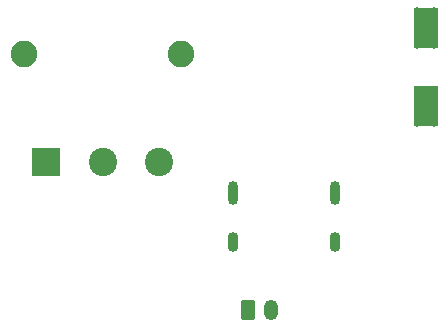
<source format=gbr>
%TF.GenerationSoftware,KiCad,Pcbnew,7.0.11*%
%TF.CreationDate,2025-03-27T12:24:41+02:00*%
%TF.ProjectId,Project,50726f6a-6563-4742-9e6b-696361645f70,rev?*%
%TF.SameCoordinates,Original*%
%TF.FileFunction,Copper,L2,Bot*%
%TF.FilePolarity,Positive*%
%FSLAX46Y46*%
G04 Gerber Fmt 4.6, Leading zero omitted, Abs format (unit mm)*
G04 Created by KiCad (PCBNEW 7.0.11) date 2025-03-27 12:24:41*
%MOMM*%
%LPD*%
G01*
G04 APERTURE LIST*
G04 Aperture macros list*
%AMRoundRect*
0 Rectangle with rounded corners*
0 $1 Rounding radius*
0 $2 $3 $4 $5 $6 $7 $8 $9 X,Y pos of 4 corners*
0 Add a 4 corners polygon primitive as box body*
4,1,4,$2,$3,$4,$5,$6,$7,$8,$9,$2,$3,0*
0 Add four circle primitives for the rounded corners*
1,1,$1+$1,$2,$3*
1,1,$1+$1,$4,$5*
1,1,$1+$1,$6,$7*
1,1,$1+$1,$8,$9*
0 Add four rect primitives between the rounded corners*
20,1,$1+$1,$2,$3,$4,$5,0*
20,1,$1+$1,$4,$5,$6,$7,0*
20,1,$1+$1,$6,$7,$8,$9,0*
20,1,$1+$1,$8,$9,$2,$3,0*%
G04 Aperture macros list end*
%TA.AperFunction,HeatsinkPad*%
%ADD10C,0.500000*%
%TD*%
%TA.AperFunction,HeatsinkPad*%
%ADD11R,2.000000X3.500000*%
%TD*%
%TA.AperFunction,ComponentPad*%
%ADD12R,2.400000X2.400000*%
%TD*%
%TA.AperFunction,ComponentPad*%
%ADD13C,2.400000*%
%TD*%
%TA.AperFunction,ComponentPad*%
%ADD14C,2.250000*%
%TD*%
%TA.AperFunction,ComponentPad*%
%ADD15RoundRect,0.250000X-0.350000X-0.625000X0.350000X-0.625000X0.350000X0.625000X-0.350000X0.625000X0*%
%TD*%
%TA.AperFunction,ComponentPad*%
%ADD16O,1.200000X1.750000*%
%TD*%
%TA.AperFunction,ComponentPad*%
%ADD17O,0.900000X2.000000*%
%TD*%
%TA.AperFunction,ComponentPad*%
%ADD18O,0.900000X1.700000*%
%TD*%
G04 APERTURE END LIST*
D10*
%TO.P,U5,17,GND(PPAD)*%
%TO.N,GND*%
X122200000Y-90090000D03*
X123700000Y-90090000D03*
X122200000Y-91590000D03*
X123700000Y-91590000D03*
X122200000Y-93090000D03*
X123700000Y-93090000D03*
D11*
X122950000Y-91590000D03*
%TD*%
D10*
%TO.P,U4,17,GND(PPAD)*%
%TO.N,GND*%
X122200000Y-83450000D03*
X123700000Y-83450000D03*
X122200000Y-84950000D03*
X123700000Y-84950000D03*
X122200000Y-86450000D03*
X123700000Y-86450000D03*
D11*
X122950000Y-84950000D03*
%TD*%
D12*
%TO.P,S1,1,1*%
%TO.N,Bat_out*%
X90795000Y-96330000D03*
D13*
%TO.P,S1,2,2*%
%TO.N,Battery*%
X95595000Y-96330000D03*
%TO.P,S1,3,3*%
%TO.N,Charging*%
X100395000Y-96330000D03*
D14*
%TO.P,S1,4,MH1*%
%TO.N,GND*%
X88945000Y-87130000D03*
%TO.P,S1,5,MH2*%
X102245000Y-87130000D03*
%TD*%
D15*
%TO.P,J3,1,Pin_1*%
%TO.N,Battery*%
X107895000Y-108825000D03*
D16*
%TO.P,J3,2,Pin_2*%
%TO.N,GND*%
X109895000Y-108825000D03*
%TD*%
D17*
%TO.P,J2,S1,SHIELD*%
%TO.N,GND*%
X106658500Y-98910000D03*
%TO.P,J2,S2,SHIELD*%
X115308500Y-98910000D03*
D18*
%TO.P,J2,S3,SHIELD*%
X106658500Y-103080000D03*
%TO.P,J2,S4,SHIELD*%
X115308500Y-103080000D03*
%TD*%
M02*

</source>
